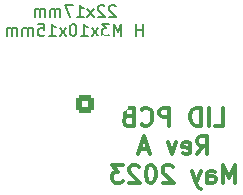
<source format=gbo>
G04 #@! TF.GenerationSoftware,KiCad,Pcbnew,(6.0.11-0)*
G04 #@! TF.CreationDate,2023-06-01T20:00:55-06:00*
G04 #@! TF.ProjectId,LIDPCB,4c494450-4342-42e6-9b69-6361645f7063,rev?*
G04 #@! TF.SameCoordinates,Original*
G04 #@! TF.FileFunction,Legend,Bot*
G04 #@! TF.FilePolarity,Positive*
%FSLAX46Y46*%
G04 Gerber Fmt 4.6, Leading zero omitted, Abs format (unit mm)*
G04 Created by KiCad (PCBNEW (6.0.11-0)) date 2023-06-01 20:00:55*
%MOMM*%
%LPD*%
G01*
G04 APERTURE LIST*
G04 Aperture macros list*
%AMRoundRect*
0 Rectangle with rounded corners*
0 $1 Rounding radius*
0 $2 $3 $4 $5 $6 $7 $8 $9 X,Y pos of 4 corners*
0 Add a 4 corners polygon primitive as box body*
4,1,4,$2,$3,$4,$5,$6,$7,$8,$9,$2,$3,0*
0 Add four circle primitives for the rounded corners*
1,1,$1+$1,$2,$3*
1,1,$1+$1,$4,$5*
1,1,$1+$1,$6,$7*
1,1,$1+$1,$8,$9*
0 Add four rect primitives between the rounded corners*
20,1,$1+$1,$2,$3,$4,$5,0*
20,1,$1+$1,$4,$5,$6,$7,0*
20,1,$1+$1,$6,$7,$8,$9,0*
20,1,$1+$1,$8,$9,$2,$3,0*%
G04 Aperture macros list end*
%ADD10C,0.300000*%
%ADD11C,0.160000*%
%ADD12C,5.600000*%
%ADD13C,3.000000*%
%ADD14RoundRect,0.250001X-0.499999X-0.499999X0.499999X-0.499999X0.499999X0.499999X-0.499999X0.499999X0*%
%ADD15C,1.500000*%
G04 APERTURE END LIST*
D10*
X118764285Y-110863571D02*
X119478571Y-110863571D01*
X119478571Y-109363571D01*
X118264285Y-110863571D02*
X118264285Y-109363571D01*
X117550000Y-110863571D02*
X117550000Y-109363571D01*
X117192857Y-109363571D01*
X116978571Y-109435000D01*
X116835714Y-109577857D01*
X116764285Y-109720714D01*
X116692857Y-110006428D01*
X116692857Y-110220714D01*
X116764285Y-110506428D01*
X116835714Y-110649285D01*
X116978571Y-110792142D01*
X117192857Y-110863571D01*
X117550000Y-110863571D01*
X114907142Y-110863571D02*
X114907142Y-109363571D01*
X114335714Y-109363571D01*
X114192857Y-109435000D01*
X114121428Y-109506428D01*
X114050000Y-109649285D01*
X114050000Y-109863571D01*
X114121428Y-110006428D01*
X114192857Y-110077857D01*
X114335714Y-110149285D01*
X114907142Y-110149285D01*
X112550000Y-110720714D02*
X112621428Y-110792142D01*
X112835714Y-110863571D01*
X112978571Y-110863571D01*
X113192857Y-110792142D01*
X113335714Y-110649285D01*
X113407142Y-110506428D01*
X113478571Y-110220714D01*
X113478571Y-110006428D01*
X113407142Y-109720714D01*
X113335714Y-109577857D01*
X113192857Y-109435000D01*
X112978571Y-109363571D01*
X112835714Y-109363571D01*
X112621428Y-109435000D01*
X112550000Y-109506428D01*
X111407142Y-110077857D02*
X111192857Y-110149285D01*
X111121428Y-110220714D01*
X111050000Y-110363571D01*
X111050000Y-110577857D01*
X111121428Y-110720714D01*
X111192857Y-110792142D01*
X111335714Y-110863571D01*
X111907142Y-110863571D01*
X111907142Y-109363571D01*
X111407142Y-109363571D01*
X111264285Y-109435000D01*
X111192857Y-109506428D01*
X111121428Y-109649285D01*
X111121428Y-109792142D01*
X111192857Y-109935000D01*
X111264285Y-110006428D01*
X111407142Y-110077857D01*
X111907142Y-110077857D01*
X117264285Y-113278571D02*
X117764285Y-112564285D01*
X118121428Y-113278571D02*
X118121428Y-111778571D01*
X117550000Y-111778571D01*
X117407142Y-111850000D01*
X117335714Y-111921428D01*
X117264285Y-112064285D01*
X117264285Y-112278571D01*
X117335714Y-112421428D01*
X117407142Y-112492857D01*
X117550000Y-112564285D01*
X118121428Y-112564285D01*
X116050000Y-113207142D02*
X116192857Y-113278571D01*
X116478571Y-113278571D01*
X116621428Y-113207142D01*
X116692857Y-113064285D01*
X116692857Y-112492857D01*
X116621428Y-112350000D01*
X116478571Y-112278571D01*
X116192857Y-112278571D01*
X116050000Y-112350000D01*
X115978571Y-112492857D01*
X115978571Y-112635714D01*
X116692857Y-112778571D01*
X115478571Y-112278571D02*
X115121428Y-113278571D01*
X114764285Y-112278571D01*
X113121428Y-112850000D02*
X112407142Y-112850000D01*
X113264285Y-113278571D02*
X112764285Y-111778571D01*
X112264285Y-113278571D01*
X120478571Y-115693571D02*
X120478571Y-114193571D01*
X119978571Y-115265000D01*
X119478571Y-114193571D01*
X119478571Y-115693571D01*
X118121428Y-115693571D02*
X118121428Y-114907857D01*
X118192857Y-114765000D01*
X118335714Y-114693571D01*
X118621428Y-114693571D01*
X118764285Y-114765000D01*
X118121428Y-115622142D02*
X118264285Y-115693571D01*
X118621428Y-115693571D01*
X118764285Y-115622142D01*
X118835714Y-115479285D01*
X118835714Y-115336428D01*
X118764285Y-115193571D01*
X118621428Y-115122142D01*
X118264285Y-115122142D01*
X118121428Y-115050714D01*
X117550000Y-114693571D02*
X117192857Y-115693571D01*
X116835714Y-114693571D02*
X117192857Y-115693571D01*
X117335714Y-116050714D01*
X117407142Y-116122142D01*
X117550000Y-116193571D01*
X115192857Y-114336428D02*
X115121428Y-114265000D01*
X114978571Y-114193571D01*
X114621428Y-114193571D01*
X114478571Y-114265000D01*
X114407142Y-114336428D01*
X114335714Y-114479285D01*
X114335714Y-114622142D01*
X114407142Y-114836428D01*
X115264285Y-115693571D01*
X114335714Y-115693571D01*
X113407142Y-114193571D02*
X113264285Y-114193571D01*
X113121428Y-114265000D01*
X113050000Y-114336428D01*
X112978571Y-114479285D01*
X112907142Y-114765000D01*
X112907142Y-115122142D01*
X112978571Y-115407857D01*
X113050000Y-115550714D01*
X113121428Y-115622142D01*
X113264285Y-115693571D01*
X113407142Y-115693571D01*
X113550000Y-115622142D01*
X113621428Y-115550714D01*
X113692857Y-115407857D01*
X113764285Y-115122142D01*
X113764285Y-114765000D01*
X113692857Y-114479285D01*
X113621428Y-114336428D01*
X113550000Y-114265000D01*
X113407142Y-114193571D01*
X112335714Y-114336428D02*
X112264285Y-114265000D01*
X112121428Y-114193571D01*
X111764285Y-114193571D01*
X111621428Y-114265000D01*
X111550000Y-114336428D01*
X111478571Y-114479285D01*
X111478571Y-114622142D01*
X111550000Y-114836428D01*
X112407142Y-115693571D01*
X111478571Y-115693571D01*
X110978571Y-114193571D02*
X110050000Y-114193571D01*
X110550000Y-114765000D01*
X110335714Y-114765000D01*
X110192857Y-114836428D01*
X110121428Y-114907857D01*
X110050000Y-115050714D01*
X110050000Y-115407857D01*
X110121428Y-115550714D01*
X110192857Y-115622142D01*
X110335714Y-115693571D01*
X110764285Y-115693571D01*
X110907142Y-115622142D01*
X110978571Y-115550714D01*
D11*
X110352380Y-100742619D02*
X110304761Y-100695000D01*
X110209523Y-100647380D01*
X109971428Y-100647380D01*
X109876190Y-100695000D01*
X109828571Y-100742619D01*
X109780952Y-100837857D01*
X109780952Y-100933095D01*
X109828571Y-101075952D01*
X110400000Y-101647380D01*
X109780952Y-101647380D01*
X109400000Y-100742619D02*
X109352380Y-100695000D01*
X109257142Y-100647380D01*
X109019047Y-100647380D01*
X108923809Y-100695000D01*
X108876190Y-100742619D01*
X108828571Y-100837857D01*
X108828571Y-100933095D01*
X108876190Y-101075952D01*
X109447619Y-101647380D01*
X108828571Y-101647380D01*
X108495238Y-101647380D02*
X107971428Y-100980714D01*
X108495238Y-100980714D02*
X107971428Y-101647380D01*
X107066666Y-101647380D02*
X107638095Y-101647380D01*
X107352380Y-101647380D02*
X107352380Y-100647380D01*
X107447619Y-100790238D01*
X107542857Y-100885476D01*
X107638095Y-100933095D01*
X106733333Y-100647380D02*
X106066666Y-100647380D01*
X106495238Y-101647380D01*
X105685714Y-101647380D02*
X105685714Y-100980714D01*
X105685714Y-101075952D02*
X105638095Y-101028333D01*
X105542857Y-100980714D01*
X105400000Y-100980714D01*
X105304761Y-101028333D01*
X105257142Y-101123571D01*
X105257142Y-101647380D01*
X105257142Y-101123571D02*
X105209523Y-101028333D01*
X105114285Y-100980714D01*
X104971428Y-100980714D01*
X104876190Y-101028333D01*
X104828571Y-101123571D01*
X104828571Y-101647380D01*
X104352380Y-101647380D02*
X104352380Y-100980714D01*
X104352380Y-101075952D02*
X104304761Y-101028333D01*
X104209523Y-100980714D01*
X104066666Y-100980714D01*
X103971428Y-101028333D01*
X103923809Y-101123571D01*
X103923809Y-101647380D01*
X103923809Y-101123571D02*
X103876190Y-101028333D01*
X103780952Y-100980714D01*
X103638095Y-100980714D01*
X103542857Y-101028333D01*
X103495238Y-101123571D01*
X103495238Y-101647380D01*
X112661904Y-103257380D02*
X112661904Y-102257380D01*
X112661904Y-102733571D02*
X112090476Y-102733571D01*
X112090476Y-103257380D02*
X112090476Y-102257380D01*
X110852380Y-103257380D02*
X110852380Y-102257380D01*
X110519047Y-102971666D01*
X110185714Y-102257380D01*
X110185714Y-103257380D01*
X109804761Y-102257380D02*
X109185714Y-102257380D01*
X109519047Y-102638333D01*
X109376190Y-102638333D01*
X109280952Y-102685952D01*
X109233333Y-102733571D01*
X109185714Y-102828809D01*
X109185714Y-103066904D01*
X109233333Y-103162142D01*
X109280952Y-103209761D01*
X109376190Y-103257380D01*
X109661904Y-103257380D01*
X109757142Y-103209761D01*
X109804761Y-103162142D01*
X108852380Y-103257380D02*
X108328571Y-102590714D01*
X108852380Y-102590714D02*
X108328571Y-103257380D01*
X107423809Y-103257380D02*
X107995238Y-103257380D01*
X107709523Y-103257380D02*
X107709523Y-102257380D01*
X107804761Y-102400238D01*
X107900000Y-102495476D01*
X107995238Y-102543095D01*
X106804761Y-102257380D02*
X106709523Y-102257380D01*
X106614285Y-102305000D01*
X106566666Y-102352619D01*
X106519047Y-102447857D01*
X106471428Y-102638333D01*
X106471428Y-102876428D01*
X106519047Y-103066904D01*
X106566666Y-103162142D01*
X106614285Y-103209761D01*
X106709523Y-103257380D01*
X106804761Y-103257380D01*
X106900000Y-103209761D01*
X106947619Y-103162142D01*
X106995238Y-103066904D01*
X107042857Y-102876428D01*
X107042857Y-102638333D01*
X106995238Y-102447857D01*
X106947619Y-102352619D01*
X106900000Y-102305000D01*
X106804761Y-102257380D01*
X106138095Y-103257380D02*
X105614285Y-102590714D01*
X106138095Y-102590714D02*
X105614285Y-103257380D01*
X104709523Y-103257380D02*
X105280952Y-103257380D01*
X104995238Y-103257380D02*
X104995238Y-102257380D01*
X105090476Y-102400238D01*
X105185714Y-102495476D01*
X105280952Y-102543095D01*
X103804761Y-102257380D02*
X104280952Y-102257380D01*
X104328571Y-102733571D01*
X104280952Y-102685952D01*
X104185714Y-102638333D01*
X103947619Y-102638333D01*
X103852380Y-102685952D01*
X103804761Y-102733571D01*
X103757142Y-102828809D01*
X103757142Y-103066904D01*
X103804761Y-103162142D01*
X103852380Y-103209761D01*
X103947619Y-103257380D01*
X104185714Y-103257380D01*
X104280952Y-103209761D01*
X104328571Y-103162142D01*
X103328571Y-103257380D02*
X103328571Y-102590714D01*
X103328571Y-102685952D02*
X103280952Y-102638333D01*
X103185714Y-102590714D01*
X103042857Y-102590714D01*
X102947619Y-102638333D01*
X102900000Y-102733571D01*
X102900000Y-103257380D01*
X102900000Y-102733571D02*
X102852380Y-102638333D01*
X102757142Y-102590714D01*
X102614285Y-102590714D01*
X102519047Y-102638333D01*
X102471428Y-102733571D01*
X102471428Y-103257380D01*
X101995238Y-103257380D02*
X101995238Y-102590714D01*
X101995238Y-102685952D02*
X101947619Y-102638333D01*
X101852380Y-102590714D01*
X101709523Y-102590714D01*
X101614285Y-102638333D01*
X101566666Y-102733571D01*
X101566666Y-103257380D01*
X101566666Y-102733571D02*
X101519047Y-102638333D01*
X101423809Y-102590714D01*
X101280952Y-102590714D01*
X101185714Y-102638333D01*
X101138095Y-102733571D01*
X101138095Y-103257380D01*
%LPC*%
D12*
X103500000Y-113500000D03*
X118500000Y-103500000D03*
D13*
X109250000Y-104680000D03*
D14*
X107750000Y-109000000D03*
D15*
X110750000Y-109000000D03*
X107750000Y-112000000D03*
X110750000Y-112000000D03*
M02*

</source>
